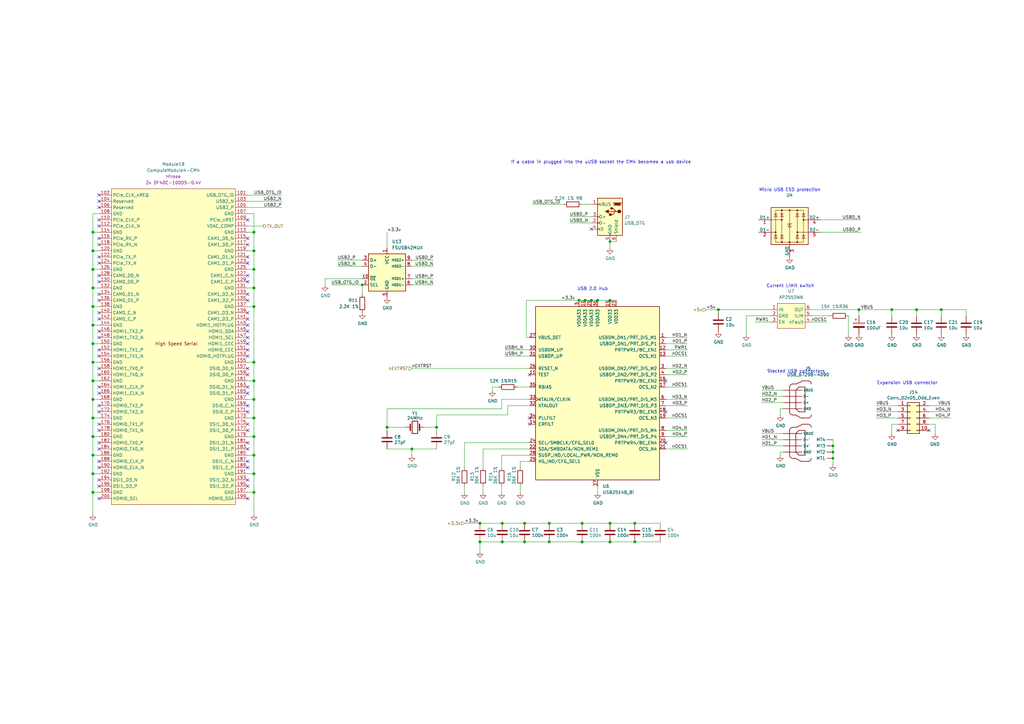
<source format=kicad_sch>
(kicad_sch (version 20211123) (generator eeschema)
  (paper "A3")
  (junction (at 225.298 214.63) (diameter 1.016))
  (junction (at 104.14 163.83) (diameter 1.016))
  (junction (at 225.298 222.25) (diameter 1.016))
  (junction (at 260.35 214.63) (diameter 1.016))
  (junction (at 104.14 102.87) (diameter 1.016))
  (junction (at 215.138 214.63) (diameter 1.016))
  (junction (at 38.1 125.73) (diameter 1.016))
  (junction (at 104.14 194.31) (diameter 1.016))
  (junction (at 250.19 99.06))
  (junction (at 196.85 222.25) (diameter 1.016))
  (junction (at 38.1 110.49) (diameter 1.016))
  (junction (at 294.64 127) (diameter 1.016))
  (junction (at 341.63 187.96))
  (junction (at 38.1 163.83) (diameter 1.016))
  (junction (at 104.14 95.25) (diameter 1.016))
  (junction (at 38.1 102.87) (diameter 1.016))
  (junction (at 104.14 110.49) (diameter 1.016))
  (junction (at 104.14 186.69) (diameter 1.016))
  (junction (at 38.1 194.31) (diameter 1.016))
  (junction (at 238.76 214.63) (diameter 1.016))
  (junction (at 205.994 214.63) (diameter 1.016))
  (junction (at 104.14 118.11) (diameter 1.016))
  (junction (at 38.1 140.97) (diameter 1.016))
  (junction (at 250.19 222.25) (diameter 1.016))
  (junction (at 341.63 185.42))
  (junction (at 375.92 127) (diameter 1.016))
  (junction (at 104.14 201.93) (diameter 1.016))
  (junction (at 158.75 175.26) (diameter 1.016))
  (junction (at 242.57 123.19) (diameter 1.016))
  (junction (at 341.63 182.88))
  (junction (at 250.19 123.19) (diameter 1.016))
  (junction (at 38.1 171.45) (diameter 1.016))
  (junction (at 148.59 116.84))
  (junction (at 104.14 156.21) (diameter 1.016))
  (junction (at 38.1 201.93) (diameter 1.016))
  (junction (at 245.11 123.19) (diameter 1.016))
  (junction (at 250.19 214.63) (diameter 1.016))
  (junction (at 104.14 171.45) (diameter 1.016))
  (junction (at 352.298 127) (diameter 1.016))
  (junction (at 38.1 118.11) (diameter 1.016))
  (junction (at 38.1 179.07) (diameter 1.016))
  (junction (at 196.85 214.63) (diameter 1.016))
  (junction (at 215.138 222.25) (diameter 1.016))
  (junction (at 38.1 186.69) (diameter 1.016))
  (junction (at 104.14 148.59) (diameter 1.016))
  (junction (at 38.1 95.25) (diameter 1.016))
  (junction (at 179.07 175.26) (diameter 1.016))
  (junction (at 205.994 222.25) (diameter 1.016))
  (junction (at 104.14 125.73) (diameter 1.016))
  (junction (at 386.08 127) (diameter 1.016))
  (junction (at 38.1 133.35) (diameter 1.016))
  (junction (at 237.49 123.19) (diameter 1.016))
  (junction (at 38.1 156.21) (diameter 1.016))
  (junction (at 38.1 148.59) (diameter 1.016))
  (junction (at 365.76 127) (diameter 1.016))
  (junction (at 104.14 179.07) (diameter 1.016))
  (junction (at 238.76 222.25) (diameter 1.016))
  (junction (at 240.03 123.19) (diameter 1.016))
  (junction (at 260.35 222.25) (diameter 1.016))
  (junction (at 168.91 184.15) (diameter 1.016))
  (no_connect (at 101.6 115.57))
  (no_connect (at 101.6 107.95))
  (no_connect (at 101.6 100.33))
  (no_connect (at 101.6 97.79))
  (no_connect (at 101.6 123.19))
  (no_connect (at 101.6 120.65))
  (no_connect (at 101.6 128.27))
  (no_connect (at 101.6 133.35))
  (no_connect (at 101.6 130.81))
  (no_connect (at 101.6 113.03))
  (no_connect (at 101.6 105.41))
  (no_connect (at 101.6 135.89))
  (no_connect (at 101.6 146.05))
  (no_connect (at 101.6 143.51))
  (no_connect (at 101.6 138.43))
  (no_connect (at 101.6 140.97))
  (no_connect (at 101.6 161.29))
  (no_connect (at 101.6 158.75))
  (no_connect (at 101.6 153.67))
  (no_connect (at 101.6 151.13))
  (no_connect (at 101.6 166.37))
  (no_connect (at 101.6 168.91))
  (no_connect (at 101.6 173.99))
  (no_connect (at 217.17 171.45))
  (no_connect (at 217.17 153.67))
  (no_connect (at 242.57 93.98))
  (no_connect (at 40.64 80.01))
  (no_connect (at 101.6 90.17))
  (no_connect (at 40.64 85.09))
  (no_connect (at 40.64 204.47))
  (no_connect (at 40.64 176.53))
  (no_connect (at 40.64 184.15))
  (no_connect (at 40.64 189.23))
  (no_connect (at 40.64 191.77))
  (no_connect (at 40.64 181.61))
  (no_connect (at 40.64 173.99))
  (no_connect (at 40.64 166.37))
  (no_connect (at 40.64 168.91))
  (no_connect (at 40.64 158.75))
  (no_connect (at 40.64 161.29))
  (no_connect (at 40.64 199.39))
  (no_connect (at 40.64 196.85))
  (no_connect (at 40.64 123.19))
  (no_connect (at 40.64 128.27))
  (no_connect (at 40.64 120.65))
  (no_connect (at 40.64 143.51))
  (no_connect (at 40.64 146.05))
  (no_connect (at 40.64 135.89))
  (no_connect (at 40.64 130.81))
  (no_connect (at 40.64 138.43))
  (no_connect (at 40.64 151.13))
  (no_connect (at 40.64 153.67))
  (no_connect (at 101.6 204.47))
  (no_connect (at 101.6 181.61))
  (no_connect (at 101.6 176.53))
  (no_connect (at 101.6 184.15))
  (no_connect (at 101.6 189.23))
  (no_connect (at 101.6 191.77))
  (no_connect (at 101.6 196.85))
  (no_connect (at 101.6 199.39))
  (no_connect (at 40.64 105.41))
  (no_connect (at 40.64 107.95))
  (no_connect (at 40.64 113.03))
  (no_connect (at 40.64 90.17))
  (no_connect (at 40.64 92.71))
  (no_connect (at 40.64 115.57))
  (no_connect (at 40.64 97.79))
  (no_connect (at 40.64 100.33))
  (no_connect (at 368.3 176.53))
  (no_connect (at 381 176.53))
  (no_connect (at 217.17 173.99))
  (no_connect (at 40.64 82.55))
  (no_connect (at 273.05 168.91))
  (no_connect (at 273.05 156.21))
  (no_connect (at 273.05 181.61))
  (wire (pts (xy 101.6 95.25) (xy 104.14 95.25)))
  (wire (pts (xy 273.05 146.05) (xy 281.94 146.05)))
  (wire (pts (xy 208.28 166.37) (xy 208.28 170.18)))
  (wire (pts (xy 389.89 171.45) (xy 381 171.45)))
  (wire (pts (xy 38.1 133.35) (xy 38.1 140.97)))
  (wire (pts (xy 273.05 138.43) (xy 281.94 138.43)))
  (wire (pts (xy 38.1 95.25) (xy 40.64 95.25)))
  (wire (pts (xy 104.14 95.25) (xy 104.14 87.63)))
  (wire (pts (xy 196.85 214.63) (xy 205.994 214.63)))
  (wire (pts (xy 312.42 162.56) (xy 321.31 162.56)))
  (wire (pts (xy 101.6 80.01) (xy 115.57 80.01)))
  (wire (pts (xy 273.05 166.37) (xy 281.94 166.37)))
  (wire (pts (xy 158.75 176.53) (xy 158.75 175.26)))
  (wire (pts (xy 312.42 165.1) (xy 321.31 165.1)))
  (wire (pts (xy 294.64 127) (xy 316.23 127)))
  (wire (pts (xy 215.138 214.63) (xy 225.298 214.63)))
  (wire (pts (xy 389.89 166.37) (xy 381 166.37)))
  (wire (pts (xy 359.41 166.37) (xy 368.3 166.37)))
  (wire (pts (xy 207.01 143.51) (xy 217.17 143.51)))
  (wire (pts (xy 101.6 201.93) (xy 104.14 201.93)))
  (wire (pts (xy 273.05 140.97) (xy 281.94 140.97)))
  (wire (pts (xy 104.14 118.11) (xy 104.14 110.49)))
  (wire (pts (xy 179.07 170.18) (xy 179.07 175.26)))
  (wire (pts (xy 205.74 191.77) (xy 205.74 186.69)))
  (wire (pts (xy 273.05 163.83) (xy 281.94 163.83)))
  (wire (pts (xy 260.35 214.63) (xy 270.764 214.63)))
  (wire (pts (xy 38.1 194.31) (xy 38.1 201.93)))
  (wire (pts (xy 38.1 179.07) (xy 38.1 186.69)))
  (wire (pts (xy 190.5 199.39) (xy 190.5 201.93)))
  (wire (pts (xy 207.01 146.05) (xy 217.17 146.05)))
  (wire (pts (xy 316.23 129.54) (xy 306.07 129.54)))
  (wire (pts (xy 38.1 156.21) (xy 40.64 156.21)))
  (wire (pts (xy 205.74 167.64) (xy 158.75 167.64)))
  (wire (pts (xy 215.9 138.43) (xy 215.9 123.19)))
  (wire (pts (xy 148.59 114.3) (xy 133.35 114.3)))
  (wire (pts (xy 306.07 129.54) (xy 306.07 137.16)))
  (wire (pts (xy 240.03 123.19) (xy 242.57 123.19)))
  (wire (pts (xy 104.14 125.73) (xy 104.14 148.59)))
  (wire (pts (xy 273.05 184.15) (xy 281.94 184.15)))
  (wire (pts (xy 38.1 201.93) (xy 38.1 210.82)))
  (wire (pts (xy 205.74 163.83) (xy 205.74 167.64)))
  (wire (pts (xy 158.75 167.64) (xy 158.75 175.26)))
  (wire (pts (xy 38.1 163.83) (xy 40.64 163.83)))
  (wire (pts (xy 204.47 158.75) (xy 201.93 158.75)))
  (wire (pts (xy 38.1 110.49) (xy 40.64 110.49)))
  (wire (pts (xy 38.1 140.97) (xy 40.64 140.97)))
  (wire (pts (xy 250.19 222.25) (xy 260.35 222.25)))
  (wire (pts (xy 38.1 163.83) (xy 38.1 171.45)))
  (wire (pts (xy 40.64 201.93) (xy 38.1 201.93)))
  (wire (pts (xy 101.6 156.21) (xy 104.14 156.21)))
  (wire (pts (xy 341.63 187.96) (xy 341.63 190.5)))
  (wire (pts (xy 104.14 163.83) (xy 104.14 171.45)))
  (wire (pts (xy 233.68 88.9) (xy 242.57 88.9)))
  (wire (pts (xy 104.14 110.49) (xy 104.14 102.87)))
  (wire (pts (xy 213.36 199.39) (xy 213.36 201.93)))
  (wire (pts (xy 375.92 127) (xy 386.08 127)))
  (wire (pts (xy 386.08 127) (xy 386.08 129.54)))
  (wire (pts (xy 38.1 186.69) (xy 38.1 194.31)))
  (wire (pts (xy 104.14 102.87) (xy 104.14 95.25)))
  (wire (pts (xy 168.91 114.3) (xy 177.8 114.3)))
  (wire (pts (xy 250.19 99.06) (xy 252.73 99.06)))
  (wire (pts (xy 198.12 184.15) (xy 217.17 184.15)))
  (wire (pts (xy 341.63 185.42) (xy 341.63 187.96)))
  (wire (pts (xy 341.63 180.34) (xy 341.63 182.88)))
  (wire (pts (xy 198.12 199.39) (xy 198.12 201.93)))
  (wire (pts (xy 218.44 83.82) (xy 231.14 83.82)))
  (wire (pts (xy 179.07 175.26) (xy 179.07 176.53)))
  (wire (pts (xy 273.05 151.13) (xy 281.94 151.13)))
  (wire (pts (xy 38.1 148.59) (xy 38.1 156.21)))
  (wire (pts (xy 212.09 158.75) (xy 217.17 158.75)))
  (wire (pts (xy 101.6 92.71) (xy 107.95 92.71)))
  (wire (pts (xy 168.91 109.22) (xy 177.8 109.22)))
  (wire (pts (xy 312.42 180.34) (xy 321.31 180.34)))
  (wire (pts (xy 332.74 127) (xy 352.298 127)))
  (wire (pts (xy 352.298 127) (xy 365.76 127)))
  (wire (pts (xy 101.6 186.69) (xy 104.14 186.69)))
  (wire (pts (xy 250.19 101.6) (xy 250.19 99.06)))
  (wire (pts (xy 289.56 127) (xy 294.64 127)))
  (wire (pts (xy 273.05 171.45) (xy 281.94 171.45)))
  (wire (pts (xy 245.11 123.19) (xy 250.19 123.19)))
  (wire (pts (xy 336.55 90.17) (xy 353.06 90.17)))
  (wire (pts (xy 365.76 127) (xy 375.92 127)))
  (wire (pts (xy 205.994 222.25) (xy 215.138 222.25)))
  (wire (pts (xy 38.1 102.87) (xy 38.1 110.49)))
  (wire (pts (xy 190.5 181.61) (xy 217.17 181.61)))
  (wire (pts (xy 101.6 171.45) (xy 104.14 171.45)))
  (wire (pts (xy 273.05 153.67) (xy 281.94 153.67)))
  (wire (pts (xy 133.35 114.3) (xy 133.35 116.84)))
  (wire (pts (xy 38.1 179.07) (xy 40.64 179.07)))
  (wire (pts (xy 217.17 166.37) (xy 208.28 166.37)))
  (wire (pts (xy 383.54 173.99) (xy 383.54 177.8)))
  (wire (pts (xy 336.55 95.25) (xy 353.06 95.25)))
  (wire (pts (xy 312.42 177.8) (xy 321.31 177.8)))
  (wire (pts (xy 208.28 170.18) (xy 179.07 170.18)))
  (wire (pts (xy 168.91 106.68) (xy 177.8 106.68)))
  (wire (pts (xy 215.9 123.19) (xy 237.49 123.19)))
  (wire (pts (xy 205.74 199.39) (xy 205.74 201.93)))
  (wire (pts (xy 38.1 171.45) (xy 40.64 171.45)))
  (wire (pts (xy 359.41 171.45) (xy 368.3 171.45)))
  (wire (pts (xy 101.6 110.49) (xy 104.14 110.49)))
  (wire (pts (xy 233.68 91.44) (xy 242.57 91.44)))
  (wire (pts (xy 135.89 116.84) (xy 148.59 116.84)))
  (wire (pts (xy 101.6 148.59) (xy 104.14 148.59)))
  (wire (pts (xy 38.1 148.59) (xy 40.64 148.59)))
  (wire (pts (xy 168.91 184.15) (xy 179.07 184.15)))
  (wire (pts (xy 273.05 158.75) (xy 281.94 158.75)))
  (wire (pts (xy 213.36 191.77) (xy 213.36 189.23)))
  (wire (pts (xy 38.1 118.11) (xy 38.1 125.73)))
  (wire (pts (xy 101.6 163.83) (xy 104.14 163.83)))
  (wire (pts (xy 375.92 127) (xy 375.92 129.54)))
  (wire (pts (xy 242.57 123.19) (xy 245.11 123.19)))
  (wire (pts (xy 104.14 87.63) (xy 101.6 87.63)))
  (wire (pts (xy 347.98 129.54) (xy 347.98 137.16)))
  (wire (pts (xy 260.35 222.25) (xy 270.764 222.25)))
  (wire (pts (xy 225.298 222.25) (xy 238.76 222.25)))
  (wire (pts (xy 104.14 201.93) (xy 104.14 210.82)))
  (wire (pts (xy 205.74 163.83) (xy 217.17 163.83)))
  (wire (pts (xy 104.14 156.21) (xy 104.14 163.83)))
  (wire (pts (xy 245.11 199.39) (xy 245.11 201.93)))
  (wire (pts (xy 38.1 171.45) (xy 38.1 179.07)))
  (wire (pts (xy 352.298 127) (xy 352.298 129.54)))
  (wire (pts (xy 321.31 167.64) (xy 320.04 167.64)))
  (wire (pts (xy 38.1 110.49) (xy 38.1 118.11)))
  (wire (pts (xy 104.14 186.69) (xy 104.14 194.31)))
  (wire (pts (xy 215.138 222.25) (xy 225.298 222.25)))
  (wire (pts (xy 38.1 95.25) (xy 38.1 102.87)))
  (wire (pts (xy 312.42 160.02) (xy 321.31 160.02)))
  (wire (pts (xy 101.6 82.55) (xy 115.57 82.55)))
  (wire (pts (xy 158.75 175.26) (xy 166.37 175.26)))
  (wire (pts (xy 359.41 168.91) (xy 368.3 168.91)))
  (wire (pts (xy 104.14 179.07) (xy 104.14 186.69)))
  (wire (pts (xy 101.6 179.07) (xy 104.14 179.07)))
  (wire (pts (xy 148.59 116.84) (xy 148.59 120.65)))
  (wire (pts (xy 40.64 87.63) (xy 38.1 87.63)))
  (wire (pts (xy 225.298 214.63) (xy 238.76 214.63)))
  (wire (pts (xy 273.05 143.51) (xy 281.94 143.51)))
  (wire (pts (xy 38.1 140.97) (xy 38.1 148.59)))
  (wire (pts (xy 101.6 118.11) (xy 104.14 118.11)))
  (wire (pts (xy 138.43 106.68) (xy 148.59 106.68)))
  (wire (pts (xy 237.49 123.19) (xy 240.03 123.19)))
  (wire (pts (xy 38.1 125.73) (xy 38.1 133.35)))
  (wire (pts (xy 101.6 194.31) (xy 104.14 194.31)))
  (wire (pts (xy 332.74 132.08) (xy 339.09 132.08)))
  (wire (pts (xy 396.24 129.54) (xy 396.24 127)))
  (wire (pts (xy 332.74 129.54) (xy 340.36 129.54)))
  (wire (pts (xy 309.88 132.08) (xy 316.23 132.08)))
  (wire (pts (xy 38.1 156.21) (xy 38.1 163.83)))
  (wire (pts (xy 217.17 138.43) (xy 215.9 138.43)))
  (wire (pts (xy 40.64 194.31) (xy 38.1 194.31)))
  (wire (pts (xy 101.6 85.09) (xy 115.57 85.09)))
  (wire (pts (xy 213.36 189.23) (xy 217.17 189.23)))
  (wire (pts (xy 196.85 226.06) (xy 196.85 222.25)))
  (wire (pts (xy 158.75 184.15) (xy 168.91 184.15)))
  (wire (pts (xy 250.19 123.19) (xy 252.73 123.19)))
  (wire (pts (xy 38.1 125.73) (xy 40.64 125.73)))
  (wire (pts (xy 381 173.99) (xy 383.54 173.99)))
  (wire (pts (xy 101.6 125.73) (xy 104.14 125.73)))
  (wire (pts (xy 312.42 182.88) (xy 321.31 182.88)))
  (wire (pts (xy 365.76 173.99) (xy 368.3 173.99)))
  (wire (pts (xy 196.85 222.25) (xy 205.994 222.25)))
  (wire (pts (xy 190.5 214.63) (xy 196.85 214.63)))
  (wire (pts (xy 321.31 185.42) (xy 320.04 185.42)))
  (wire (pts (xy 238.76 222.25) (xy 250.19 222.25)))
  (wire (pts (xy 273.05 179.07) (xy 281.94 179.07)))
  (wire (pts (xy 365.76 173.99) (xy 365.76 177.8)))
  (wire (pts (xy 104.14 171.45) (xy 104.14 179.07)))
  (wire (pts (xy 238.76 214.63) (xy 250.19 214.63)))
  (wire (pts (xy 168.91 151.13) (xy 217.17 151.13)))
  (wire (pts (xy 250.19 214.63) (xy 260.35 214.63)))
  (wire (pts (xy 104.14 194.31) (xy 104.14 201.93)))
  (wire (pts (xy 320.04 185.42) (xy 320.04 186.69)))
  (wire (pts (xy 273.05 176.53) (xy 281.94 176.53)))
  (wire (pts (xy 104.14 148.59) (xy 104.14 156.21)))
  (wire (pts (xy 138.43 109.22) (xy 148.59 109.22)))
  (wire (pts (xy 38.1 118.11) (xy 40.64 118.11)))
  (wire (pts (xy 38.1 186.69) (xy 40.64 186.69)))
  (wire (pts (xy 104.14 125.73) (xy 104.14 118.11)))
  (wire (pts (xy 386.08 127) (xy 396.24 127)))
  (wire (pts (xy 168.91 116.84) (xy 177.8 116.84)))
  (wire (pts (xy 198.12 191.77) (xy 198.12 184.15)))
  (wire (pts (xy 173.99 175.26) (xy 179.07 175.26)))
  (wire (pts (xy 38.1 87.63) (xy 38.1 95.25)))
  (wire (pts (xy 341.63 182.88) (xy 341.63 185.42)))
  (wire (pts (xy 190.5 191.77) (xy 190.5 181.61)))
  (wire (pts (xy 158.75 95.25) (xy 158.75 101.6)))
  (wire (pts (xy 38.1 133.35) (xy 40.64 133.35)))
  (wire (pts (xy 205.994 214.63) (xy 215.138 214.63)))
  (wire (pts (xy 38.1 102.87) (xy 40.64 102.87)))
  (wire (pts (xy 320.04 167.64) (xy 320.04 170.18)))
  (wire (pts (xy 294.64 128.27) (xy 294.64 127)))
  (wire (pts (xy 101.6 102.87) (xy 104.14 102.87)))
  (wire (pts (xy 201.93 158.75) (xy 201.93 160.02)))
  (wire (pts (xy 205.74 186.69) (xy 217.17 186.69)))
  (wire (pts (xy 389.89 168.91) (xy 381 168.91)))
  (wire (pts (xy 168.91 184.15) (xy 168.91 186.69)))
  (wire (pts (xy 365.76 129.54) (xy 365.76 127)))
  (wire (pts (xy 238.76 83.82) (xy 242.57 83.82)))
  (text "Expansion USB connector" (at 384.5306 157.9118 180) (effects (font (size 1.27 1.27)) (justify right bottom)))
  (text "Current Limit switch" (at 334.01 118.11 180) (effects (font (size 1.27 1.27)) (justify right bottom)))
  (text "USB 2.0 Hub" (at 249.3518 119.3292 180) (effects (font (size 1.27 1.27)) (justify right bottom)))
  (text "If a cable in plugged into the uUSB socket the CM4 becomes a usb device" (at 209.55 67.31 0) (effects (font (size 1.27 1.27)) (justify left bottom)))
  (text "Micro USB ESD protection" (at 336.55 78.74 180) (effects (font (size 1.27 1.27)) (justify right bottom)))
  (text "Stacked USB connectors" (at 338.3788 153.1112 180) (effects (font (size 1.27 1.27)) (justify right bottom)))
  (label "nOCS1" (at 281.94 146.05 180))
  (label "USB2_N" (at 115.57 82.55 180))
  (label "HD2_P" (at 312.42 165.1 0))
  (label "HD3_N" (at 359.41 168.91 0))
  (label "HD1_P" (at 312.42 182.88 0))
  (label "HD1_N" (at 281.94 138.43 180))
  (label "HD4_P" (at 281.94 179.07 180))
  (label "USB2_P" (at 138.43 106.68 0))
  (label "VBUS" (at 359.41 166.37 0))
  (label "USB_OTG_ID" (at 218.44 83.82 0))
  (label "nOCS1" (at 332.74 132.08 0))
  (label "+3.3v" (at 158.75 95.25 0))
  (label "VBUS" (at 312.42 160.02 0))
  (label "HD2_N" (at 312.42 162.56 0))
  (label "PWR1" (at 281.94 143.51 180))
  (label "USBD_N" (at 353.06 90.17 180))
  (label "USB2_P" (at 115.57 85.09 180))
  (label "nOCS1" (at 281.94 158.75 180))
  (label "VBUS" (at 353.06 127 0))
  (label "USBD_N" (at 233.68 91.44 0))
  (label "HD2_P" (at 281.94 153.67 180))
  (label "VBUS" (at 312.42 177.8 0))
  (label "+3.3v" (at 190.5 214.63 0))
  (label "+5v" (at 289.56 127 0))
  (label "USB_OTG_ID" (at 135.89 116.84 0))
  (label "HD4_N" (at 281.94 176.53 180))
  (label "USBD_P" (at 177.8 106.68 180))
  (label "HD4_P" (at 389.89 171.45 180))
  (label "USBH_P" (at 207.01 146.05 0))
  (label "HD3_P" (at 281.94 166.37 180))
  (label "nEXTRST" (at 168.91 151.13 0))
  (label "+3.3v" (at 230.124 123.19 0))
  (label "HD2_N" (at 281.94 151.13 180))
  (label "USBH_P" (at 177.8 114.3 180))
  (label "USBD_P" (at 353.06 95.25 180))
  (label "HD1_N" (at 312.42 180.34 0))
  (label "USBD_N" (at 177.8 109.22 180))
  (label "USBD_P" (at 233.68 88.9 0))
  (label "HD4_N" (at 389.89 168.91 180))
  (label "nOCS1" (at 281.94 184.15 180))
  (label "nOCS1" (at 281.94 171.45 180))
  (label "HD3_P" (at 359.41 171.45 0))
  (label "USBH_N" (at 177.8 116.84 180))
  (label "PWR1" (at 309.88 132.08 0))
  (label "USB2_N" (at 138.43 109.22 0))
  (label "USBH_N" (at 207.01 143.51 0))
  (label "HD3_N" (at 281.94 163.83 180))
  (label "HD1_P" (at 281.94 140.97 180))
  (label "USB_OTG_ID" (at 115.57 80.01 180))
  (label "VBUS" (at 389.89 166.37 180))
  (hierarchical_label "+3.3v" (shape input) (at 190.5 214.63 180))
  (hierarchical_label "TV_OUT" (shape output) (at 107.95 92.71 0))
  (hierarchical_label "nEXTRST" (shape input) (at 168.91 151.13 180))
  (hierarchical_label "+5v" (shape input) (at 289.56 127 180))
  (symbol (lib_id "power:GND") (at 104.14 210.82 0) (unit 1)
    (property "Reference" "#PWR0130" (effects hide))
    (property "Value" "GND" (at 104.267 215.2142 0))
  )
  (symbol (lib_id "power:GND") (at 38.1 210.82 0) (unit 1)
    (property "Reference" "#PWR0131" (effects hide))
    (property "Value" "GND" (at 38.227 215.2142 0))
  )
  (symbol (lib_id "power:GND") (at 365.76 177.8 0) (unit 1)
    (property "Reference" "#PWR025" (effects hide))
    (property "Value" "GND" (at 365.887 182.1942 0))
  )
  (symbol (lib_id "power:GND") (at 383.54 177.8 0) (mirror y) (unit 1)
    (property "Reference" "#PWR026" (effects hide))
    (property "Value" "GND" (at 383.413 182.1942 0))
  )
  (symbol (lib_id "Connector_Generic:Conn_02x05_Odd_Even") (at 373.38 171.45 0) (unit 1)
    (property "Reference" "J14" (at 374.65 160.8582 0))
    (property "Value" "Conn_02x05_Odd_Even" (at 374.65 163.1696 0))
    (property "Footprint" "Connector_PinHeader_2.54mm:PinHeader_2x05_P2.54mm_Vertical" (effects hide))
    (property "Datasheet" "https://www.toby.co.uk/uploads/publications/1673.pdf" (effects hide))
    (property "Field4" "Toby" (effects hide))
    (property "Field5" "THD-05-R" (effects hide))
    (property "Field6" "THD-05-R" (effects hide))
    (property "Field7" "Toby" (effects hide))
    (property "Part Description" "PinHeader_2x05_P2.54mm_Vertical" (effects hide))
  )
  (symbol (lib_id "Device:R") (at 234.95 83.82 270) (unit 1)
    (property "Reference" "R8" (at 236.22 81.28 90) (effects (justify left)))
    (property "Value" "2.2K 1%" (at 227.33 81.28 90) (effects (justify left)))
    (property "Footprint" "Resistor_SMD:R_0402_1005Metric" (effects hide))
    (property "Datasheet" "https://fscdn.rohm.com/en/products/databook/datasheet/passive/resistor/chip_resistor/mcr-e.pdf" (effects hide))
    (property "Field4" "Farnell" (effects hide))
    (property "Field5" "9239278" (effects hide))
    (property "Field7" "KOA EUROPE GMBH" (effects hide))
    (property "Field6" "RK73G1ETQTP2201D         " (effects hide))
    (property "Part Description" "Resistor 2.2K M1005 1% 63mW" (effects hide))
    (property "Field8" "120889581" (effects hide))
  )
  (symbol (lib_id "power:GND") (at 294.64 135.89 0) (unit 1)
    (property "Reference" "#PWR017" (effects hide))
    (property "Value" "GND" (at 294.767 140.2842 0))
  )
  (symbol (lib_id "Device:C") (at 365.76 133.35 0) (unit 1)
    (property "Reference" "C20" (at 368.681 132.1816 0) (effects (justify left)))
    (property "Value" "10u" (at 368.681 134.493 0) (effects (justify left)))
    (property "Footprint" "Capacitor_SMD:C_0805_2012Metric" (effects hide))
    (property "Datasheet" "https://search.murata.co.jp/Ceramy/image/img/A01X/G101/ENG/GRM21BR71A106KA73-01.pdf" (effects hide))
    (property "Field5" "490-14381-1-ND" (effects hide))
    (property "Field4" "Digikey" (effects hide))
    (property "Field6" "GRM21BR71A106KA73L" (effects hide))
    (property "Field7" "Murata" (effects hide))
    (property "Part Description" "	10uF 10% 10V Ceramic Capacitor X7R 0805 (2012 Metric)" (effects hide))
    (property "Field8" "111893011" (effects hide))
  )
  (symbol (lib_id "power:GND") (at 365.76 137.16 0) (unit 1)
    (property "Reference" "#PWR021" (effects hide))
    (property "Value" "GND" (at 365.887 141.5542 0))
  )
  (symbol (lib_id "Device:C") (at 375.92 133.35 0) (unit 1)
    (property "Reference" "C17" (at 378.841 132.1816 0) (effects (justify left)))
    (property "Value" "10u" (at 378.841 134.493 0) (effects (justify left)))
    (property "Footprint" "Capacitor_SMD:C_0805_2012Metric" (effects hide))
    (property "Datasheet" "https://search.murata.co.jp/Ceramy/image/img/A01X/G101/ENG/GRM21BR71A106KA73-01.pdf" (effects hide))
    (property "Field5" "490-14381-1-ND" (effects hide))
    (property "Field4" "Digikey" (effects hide))
    (property "Field6" "GRM21BR71A106KA73L" (effects hide))
    (property "Field7" "Murata" (effects hide))
    (property "Part Description" "	10uF 10% 10V Ceramic Capacitor X7R 0805 (2012 Metric)" (effects hide))
    (property "Field8" "111893011" (effects hide))
  )
  (symbol (lib_id "power:GND") (at 375.92 137.16 0) (unit 1)
    (property "Reference" "#PWR018" (effects hide))
    (property "Value" "GND" (at 376.047 141.5542 0))
  )
  (symbol (lib_id "Device:C") (at 386.08 133.35 0) (unit 1)
    (property "Reference" "C21" (at 389.001 132.1816 0) (effects (justify left)))
    (property "Value" "10u" (at 389.001 134.493 0) (effects (justify left)))
    (property "Footprint" "Capacitor_SMD:C_0805_2012Metric" (effects hide))
    (property "Datasheet" "https://search.murata.co.jp/Ceramy/image/img/A01X/G101/ENG/GRM21BR71A106KA73-01.pdf" (effects hide))
    (property "Field5" "490-14381-1-ND" (effects hide))
    (property "Field4" "Digikey" (effects hide))
    (property "Field6" "GRM21BR71A106KA73L" (effects hide))
    (property "Field7" "Murata" (effects hide))
    (property "Part Description" "	10uF 10% 10V Ceramic Capacitor X7R 0805 (2012 Metric)" (effects hide))
    (property "Field8" "111893011" (effects hide))
  )
  (symbol (lib_id "Device:C") (at 396.24 133.35 0) (unit 1)
    (property "Reference" "C19" (at 399.161 132.1816 0) (effects (justify left)))
    (property "Value" "10u" (at 399.161 134.493 0) (effects (justify left)))
    (property "Footprint" "Capacitor_SMD:C_0805_2012Metric" (effects hide))
    (property "Datasheet" "https://search.murata.co.jp/Ceramy/image/img/A01X/G101/ENG/GRM21BR71A106KA73-01.pdf" (effects hide))
    (property "Field5" "490-14381-1-ND" (effects hide))
    (property "Field4" "Digikey" (effects hide))
    (property "Field6" "GRM21BR71A106KA73L" (effects hide))
    (property "Field7" "Murata" (effects hide))
    (property "Part Description" "	10uF 10% 10V Ceramic Capacitor X7R 0805 (2012 Metric)" (effects hide))
    (property "Field8" "111893011" (effects hide))
  )
  (symbol (lib_id "power:GND") (at 320.04 170.18 0) (unit 1)
    (property "Reference" "#PWR023" (effects hide))
    (property "Value" "GND" (at 320.167 174.5742 0))
  )
  (symbol (lib_id "power:GND") (at 320.04 186.69 0) (unit 1)
    (property "Reference" "#PWR024" (effects hide))
    (property "Value" "GND" (at 320.167 191.0842 0))
  )
  (symbol (lib_id "Device:R") (at 148.59 124.46 0) (unit 1)
    (property "Reference" "R11" (at 142.875 123.19 0) (effects (justify left)))
    (property "Value" "2.2K 1%" (at 139.065 125.73 0) (effects (justify left)))
    (property "Footprint" "Resistor_SMD:R_0402_1005Metric" (effects hide))
    (property "Datasheet" "https://fscdn.rohm.com/en/products/databook/datasheet/passive/resistor/chip_resistor/mcr-e.pdf" (effects hide))
    (property "Field4" "Farnell" (effects hide))
    (property "Field5" "9239278" (effects hide))
    (property "Field7" "KOA EUROPE GMBH" (effects hide))
    (property "Field6" "RK73G1ETQTP2201D         " (effects hide))
    (property "Part Description" "Resistor 2.2K M1005 1% 63mW" (effects hide))
    (property "Field8" "120889581" (effects hide))
  )
  (symbol (lib_id "power:GND") (at 201.93 160.02 0) (unit 1)
    (property "Reference" "#PWR010" (effects hide))
    (property "Value" "GND" (at 202.057 164.4142 0))
  )
  (symbol (lib_id "power:GND") (at 306.07 137.16 0) (unit 1)
    (property "Reference" "#PWR014" (effects hide))
    (property "Value" "GND" (at 306.197 141.5542 0))
  )
  (symbol (lib_id "Device:R") (at 205.74 195.58 0) (unit 1)
    (property "Reference" "R14" (at 201.295 197.485 90) (effects (justify left)))
    (property "Value" "36K 1%" (at 203.2 198.755 90) (effects (justify left)))
    (property "Footprint" "Resistor_SMD:R_0402_1005Metric" (effects hide))
    (property "Datasheet" "https://fscdn.rohm.com/en/products/databook/datasheet/passive/resistor/chip_resistor/mcr-e.pdf" (effects hide))
    (property "Field4" "Farnell" (effects hide))
    (property "Field5" "1458788" (effects hide))
    (property "Field7" "Rohm" (effects hide))
    (property "Field6" "MCR01MZPF3602" (effects hide))
    (property "Part Description" "Resistor 36K M1005 1% 63mW" (effects hide))
  )
  (symbol (lib_id "Device:R") (at 198.12 195.58 0) (unit 1)
    (property "Reference" "R13" (at 193.675 197.485 90) (effects (justify left)))
    (property "Value" "36K 1%" (at 195.58 198.755 90) (effects (justify left)))
    (property "Footprint" "Resistor_SMD:R_0402_1005Metric" (effects hide))
    (property "Datasheet" "https://fscdn.rohm.com/en/products/databook/datasheet/passive/resistor/chip_resistor/mcr-e.pdf" (effects hide))
    (property "Field4" "Farnell" (effects hide))
    (property "Field5" "1458788" (effects hide))
    (property "Field7" "Rohm" (effects hide))
    (property "Field6" "MCR01MZPF3602" (effects hide))
    (property "Part Description" "Resistor 36K M1005 1% 63mW" (effects hide))
  )
  (symbol (lib_id "Device:R") (at 190.5 195.58 0) (unit 1)
    (property "Reference" "R12" (at 186.055 197.485 90) (effects (justify left)))
    (property "Value" "36K 1%" (at 187.96 198.755 90) (effects (justify left)))
    (property "Footprint" "Resistor_SMD:R_0402_1005Metric" (effects hide))
    (property "Datasheet" "https://fscdn.rohm.com/en/products/databook/datasheet/passive/resistor/chip_resistor/mcr-e.pdf" (effects hide))
    (property "Field4" "Farnell" (effects hide))
    (property "Field5" "1458788" (effects hide))
    (property "Field7" "Rohm" (effects hide))
    (property "Field6" "MCR01MZPF3602" (effects hide))
    (property "Part Description" "Resistor 36K M1005 1% 63mW" (effects hide))
  )
  (symbol (lib_id "power:GND") (at 190.5 201.93 0) (unit 1)
    (property "Reference" "#PWR08" (effects hide))
    (property "Value" "GND" (at 190.627 206.3242 0))
  )
  (symbol (lib_id "power:GND") (at 198.12 201.93 0) (unit 1)
    (property "Reference" "#PWR09" (effects hide))
    (property "Value" "GND" (at 198.247 206.3242 0))
  )
  (symbol (lib_id "power:GND") (at 205.74 201.93 0) (unit 1)
    (property "Reference" "#PWR011" (effects hide))
    (property "Value" "GND" (at 205.867 206.3242 0))
  )
  (symbol (lib_id "power:GND") (at 213.36 201.93 0) (unit 1)
    (property "Reference" "#PWR012" (effects hide))
    (property "Value" "GND" (at 213.487 206.3242 0))
  )
  (symbol (lib_id "Device:R") (at 344.17 129.54 90) (unit 1)
    (property "Reference" "R36" (at 347.98 125.73 90) (effects (justify left)))
    (property "Value" "15K 1%" (at 344.17 125.73 90) (effects (justify left)))
    (property "Footprint" "Resistor_SMD:R_0402_1005Metric" (effects hide))
    (property "Datasheet" "https://fscdn.rohm.com/en/products/databook/datasheet/passive/resistor/chip_resistor/mcr-e.pdf" (effects hide))
    (property "Field4" "Farnell" (effects hide))
    (property "Field5" "9239375" (effects hide))
    (property "Field6" "MCR01MZPF1502" (effects hide))
    (property "Field7" "Rohm" (effects hide))
    (property "Part Description" "Resistor 15K M1005 1% 63mW" (effects hide))
    (property "Field8" "120891581" (effects hide))
  )
  (symbol (lib_id "power:GND") (at 347.98 137.16 0) (unit 1)
    (property "Reference" "#PWR019" (effects hide))
    (property "Value" "GND" (at 348.107 141.5542 0))
  )
  (symbol (lib_id "power:GND") (at 386.08 137.16 0) (unit 1)
    (property "Reference" "#PWR049" (effects hide))
    (property "Value" "GND" (at 386.207 141.5542 0))
  )
  (symbol (lib_id "power:GND") (at 396.24 137.16 0) (unit 1)
    (property "Reference" "#PWR050" (effects hide))
    (property "Value" "GND" (at 396.367 141.5542 0))
  )
  (symbol (lib_id "power:GND") (at 341.63 190.5 0) (unit 1)
    (property "Reference" "#PWR0114" (effects hide))
    (property "Value" "GND" (at 341.757 194.8942 0))
  )
  (symbol (lib_id "power:GND") (at 250.19 101.6 0) (unit 1)
    (property "Reference" "#PWR013" (effects hide))
    (property "Value" "GND" (at 250.317 105.9942 0))
  )
  (symbol (lib_id "power:GND") (at 245.11 201.93 0) (unit 1)
    (property "Reference" "#PWR0142" (effects hide))
    (property "Value" "GND" (at 245.237 206.3242 0))
  )
  (symbol (lib_id "power:GND") (at 148.59 128.27 0) (unit 1)
    (property "Reference" "#PWR0144" (effects hide))
    (property "Value" "GND" (at 148.717 132.6642 0))
  )
  (symbol (lib_id "Device:R") (at 208.28 158.75 90) (unit 1)
    (property "Reference" "R15" (at 212.09 156.21 90) (effects (justify left)))
    (property "Value" "12K 1%" (at 208.28 156.21 90) (effects (justify left)))
    (property "Footprint" "Resistor_SMD:R_0402_1005Metric" (effects hide))
    (property "Datasheet" "https://fscdn.rohm.com/en/products/databook/datasheet/passive/resistor/chip_resistor/mcr-e.pdf" (effects hide))
    (property "Field4" "Farnell" (effects hide))
    (property "Field5" "9239367" (effects hide))
    (property "Field7" "Rohm" (effects hide))
    (property "Field6" "MCR01MZPF1202" (effects hide))
    (property "Part Description" "Resistor 12K M1005 1% 63mW" (effects hide))
  )
  (symbol (lib_id "Device:R") (at 213.36 195.58 0) (unit 1)
    (property "Reference" "R16" (at 208.915 197.485 90) (effects (justify left)))
    (property "Value" "36K 1%" (at 210.82 198.755 90) (effects (justify left)))
    (property "Footprint" "Resistor_SMD:R_0402_1005Metric" (effects hide))
    (property "Datasheet" "https://fscdn.rohm.com/en/products/databook/datasheet/passive/resistor/chip_resistor/mcr-e.pdf" (effects hide))
    (property "Field4" "Farnell" (effects hide))
    (property "Field5" "1458788" (effects hide))
    (property "Field7" "Rohm" (effects hide))
    (property "Field6" "MCR01MZPF3602" (effects hide))
    (property "Part Description" "Resistor 36K M1005 1% 63mW" (effects hide))
  )
  (symbol (lib_id "Device:C") (at 238.76 218.44 0) (unit 1)
    (property "Reference" "C11" (at 241.681 217.2716 0) (effects (justify left)))
    (property "Value" "100n" (at 241.681 219.583 0) (effects (justify left)))
    (property "Footprint" "Capacitor_SMD:C_0402_1005Metric" (effects hide))
    (property "Datasheet" "https://search.murata.co.jp/Ceramy/image/img/A01X/G101/ENG/GRM155R71C104KA88-01.pdf" (effects hide))
    (property "Field4" "Farnell" (effects hide))
    (property "Field5" "2611911" (effects hide))
    (property "Field6" "RM EMK105 B7104KV-F" (effects hide))
    (property "Field7" "TAIYO YUDEN EUROPE GMBH" (effects hide))
    (property "Part Description" "	0.1uF 10% 16V Ceramic Capacitor X7R 0402 (1005 Metric)" (effects hide))
    (property "Field8" "110091611" (effects hide))
  )
  (symbol (lib_id "Device:C") (at 250.19 218.44 0) (unit 1)
    (property "Reference" "C14" (at 253.111 217.2716 0) (effects (justify left)))
    (property "Value" "100n" (at 253.111 219.583 0) (effects (justify left)))
    (property "Footprint" "Capacitor_SMD:C_0402_1005Metric" (effects hide))
    (property "Datasheet" "https://search.murata.co.jp/Ceramy/image/img/A01X/G101/ENG/GRM155R71C104KA88-01.pdf" (effects hide))
    (property "Field4" "Farnell" (effects hide))
    (property "Field5" "2611911" (effects hide))
    (property "Field6" "RM EMK105 B7104KV-F" (effects hide))
    (property "Field7" "TAIYO YUDEN EUROPE GMBH" (effects hide))
    (property "Part Description" "	0.1uF 10% 16V Ceramic Capacitor X7R 0402 (1005 Metric)" (effects hide))
    (property "Field8" "110091611" (effects hide))
  )
  (symbol (lib_id "Device:C") (at 260.35 218.44 0) (unit 1)
    (property "Reference" "C15" (at 263.271 217.2716 0) (effects (justify left)))
    (property "Value" "100n" (at 263.271 219.583 0) (effects (justify left)))
    (property "Footprint" "Capacitor_SMD:C_0402_1005Metric" (effects hide))
    (property "Datasheet" "https://search.murata.co.jp/Ceramy/image/img/A01X/G101/ENG/GRM155R71C104KA88-01.pdf" (effects hide))
    (property "Field4" "Farnell" (effects hide))
    (property "Field5" "2611911" (effects hide))
    (property "Field6" "RM EMK105 B7104KV-F" (effects hide))
    (property "Field7" "TAIYO YUDEN EUROPE GMBH" (effects hide))
    (property "Part Description" "	0.1uF 10% 16V Ceramic Capacitor X7R 0402 (1005 Metric)" (effects hide))
    (property "Field8" "110091611" (effects hide))
  )
  (symbol (lib_id "Device:C") (at 215.138 218.44 0) (unit 1)
    (property "Reference" "C7" (at 218.059 217.2716 0) (effects (justify left)))
    (property "Value" "100n" (at 218.059 219.583 0) (effects (justify left)))
    (property "Footprint" "Capacitor_SMD:C_0402_1005Metric" (effects hide))
    (property "Datasheet" "https://search.murata.co.jp/Ceramy/image/img/A01X/G101/ENG/GRM155R71C104KA88-01.pdf" (effects hide))
    (property "Field4" "Farnell" (effects hide))
    (property "Field5" "2611911" (effects hide))
    (property "Field6" "RM EMK105 B7104KV-F" (effects hide))
    (property "Field7" "TAIYO YUDEN EUROPE GMBH" (effects hide))
    (property "Part Description" "	0.1uF 10% 16V Ceramic Capacitor X7R 0402 (1005 Metric)" (effects hide))
    (property "Field8" "110091611" (effects hide))
  )
  (symbol (lib_id "power:GND") (at 196.85 226.06 0) (unit 1)
    (property "Reference" "#PWR06" (effects hide))
    (property "Value" "GND" (at 196.977 230.4542 0))
  )
  (symbol (lib_id "Device:C") (at 196.85 218.44 0) (unit 1)
    (property "Reference" "C6" (at 199.771 217.2716 0) (effects (justify left)))
    (property "Value" "10u" (at 199.771 219.583 0) (effects (justify left)))
    (property "Footprint" "Capacitor_SMD:C_0805_2012Metric" (effects hide))
    (property "Datasheet" "https://search.murata.co.jp/Ceramy/image/img/A01X/G101/ENG/GRM21BR71A106KA73-01.pdf" (effects hide))
    (property "Field5" "490-14381-1-ND" (effects hide))
    (property "Field4" "Digikey" (effects hide))
    (property "Field6" "GRM21BR71A106KA73L" (effects hide))
    (property "Field7" "Murata" (effects hide))
    (property "Part Description" "	10uF 10% 10V Ceramic Capacitor X7R 0805 (2012 Metric)" (effects hide))
    (property "Field8" "111893011" (effects hide))
  )
  (symbol (lib_id "Device:C") (at 205.994 218.44 0) (unit 1)
    (property "Reference" "C10" (at 208.915 217.2716 0) (effects (justify left)))
    (property "Value" "10u" (at 208.915 219.583 0) (effects (justify left)))
    (property "Footprint" "Capacitor_SMD:C_0805_2012Metric" (effects hide))
    (property "Datasheet" "https://search.murata.co.jp/Ceramy/image/img/A01X/G101/ENG/GRM21BR71A106KA73-01.pdf" (effects hide))
    (property "Field5" "490-14381-1-ND" (effects hide))
    (property "Field4" "Digikey" (effects hide))
    (property "Field6" "GRM21BR71A106KA73L" (effects hide))
    (property "Field7" "Murata" (effects hide))
    (property "Part Description" "	10uF 10% 10V Ceramic Capacitor X7R 0805 (2012 Metric)" (effects hide))
    (property "Field8" "111893011" (effects hide))
  )
  (symbol (lib_id "Device:Crystal") (at 170.18 175.26 0) (unit 1)
    (property "Reference" "Y1" (at 170.18 169.545 0))
    (property "Value" "24MHz" (at 170.18 171.45 0))
    (property "Footprint" "Crystal:Crystal_SMD_HC49-SD" (effects hide))
    (property "Field4" "Farnell" (effects hide))
    (property "Field5" "2508493" (effects hide))
    (property "Field7" "AEL" (effects hide))
    (property "Field6" "X24M000000S128" (effects hide))
    (property "Part Description" "24MHz Crystal 18pf 30ppm 30ppm" (effects hide))
  )
  (symbol (lib_id "Device:C") (at 158.75 180.34 0) (unit 1)
    (property "Reference" "C8" (at 161.671 179.1716 0) (effects (justify left)))
    (property "Value" "27pF" (at 161.671 181.483 0) (effects (justify left)))
    (property "Footprint" "Capacitor_SMD:C_0402_1005Metric" (effects hide))
    (property "Datasheet" "https://search.murata.co.jp/Ceramy/image/img/A01X/G101/ENG/GJM1555C1H270JB01-01.pdf" (effects hide))
    (property "Field8" "UCAP00738 " (effects hide))
    (property "Field5" "490-17672-1-ND" (effects hide))
    (property "Field6" "GJM1555C1H270JB01D" (effects hide))
    (property "Field7" "Murata" (effects hide))
    (property "Part Description" "	27pF 5% 50V Ceramic Capacitor C0G, NP0 0402 (1005 Metric)" (effects hide))
    (property "Field4" "Digikey" (effects hide))
  )
  (symbol (lib_id "Device:C") (at 179.07 180.34 0) (unit 1)
    (property "Reference" "C9" (at 181.991 179.1716 0) (effects (justify left)))
    (property "Value" "27pF" (at 181.991 181.483 0) (effects (justify left)))
    (property "Footprint" "Capacitor_SMD:C_0402_1005Metric" (effects hide))
    (property "Datasheet" "https://search.murata.co.jp/Ceramy/image/img/A01X/G101/ENG/GJM1555C1H270JB01-01.pdf" (effects hide))
    (property "Field8" "UCAP00738 " (effects hide))
    (property "Field5" "490-17672-1-ND" (effects hide))
    (property "Field6" "GJM1555C1H270JB01D" (effects hide))
    (property "Field7" "Murata" (effects hide))
    (property "Part Description" "	27pF 5% 50V Ceramic Capacitor C0G, NP0 0402 (1005 Metric)" (effects hide))
    (property "Field4" "Digikey" (effects hide))
  )
  (symbol (lib_id "power:GND") (at 168.91 186.69 0) (unit 1)
    (property "Reference" "#PWR07" (effects hide))
    (property "Value" "GND" (at 169.037 191.0842 0))
  )
  (symbol (lib_id "power:GND") (at 323.85 105.41 0) (unit 1)
    (property "Reference" "#PWR0123" (effects hide))
    (property "Value" "GND" (at 323.977 109.8042 0))
  )
  (symbol (lib_id "power:GND") (at 352.298 137.16 0) (unit 1)
    (property "Reference" "#PWR01" (effects hide))
    (property "Value" "GND" (at 352.425 141.5542 0))
  )
  (symbol (lib_id "Device:C") (at 225.298 218.44 0) (unit 1)
    (property "Reference" "C3" (at 228.219 217.2716 0) (effects (justify left)))
    (property "Value" "100n" (at 228.219 219.583 0) (effects (justify left)))
    (property "Footprint" "Capacitor_SMD:C_0402_1005Metric" (effects hide))
    (property "Datasheet" "https://search.murata.co.jp/Ceramy/image/img/A01X/G101/ENG/GRM155R71C104KA88-01.pdf" (effects hide))
    (property "Field4" "Farnell" (effects hide))
    (property "Field5" "2611911" (effects hide))
    (property "Field6" "RM EMK105 B7104KV-F" (effects hide))
    (property "Field7" "TAIYO YUDEN EUROPE GMBH" (effects hide))
    (property "Part Description" "	0.1uF 10% 16V Ceramic Capacitor X7R 0402 (1005 Metric)" (effects hide))
    (property "Field8" "110091611" (effects hide))
  )
  (symbol (lib_id "Device:C") (at 270.764 218.44 0) (unit 1)
    (property "Reference" "C4" (at 273.685 217.2716 0) (effects (justify left)))
    (property "Value" "100n" (at 273.685 219.583 0) (effects (justify left)))
    (property "Footprint" "Capacitor_SMD:C_0402_1005Metric" (effects hide))
    (property "Datasheet" "https://search.murata.co.jp/Ceramy/image/img/A01X/G101/ENG/GRM155R71C104KA88-01.pdf" (effects hide))
    (property "Field4" "Farnell" (effects hide))
    (property "Field5" "2611911" (effects hide))
    (property "Field6" "RM EMK105 B7104KV-F" (effects hide))
    (property "Field7" "TAIYO YUDEN EUROPE GMBH" (effects hide))
    (property "Part Description" "	0.1uF 10% 16V Ceramic Capacitor X7R 0402 (1005 Metric)" (effects hide))
    (property "Field8" "110091611" (effects hide))
  )
  (symbol (lib_id "Device:C") (at 294.64 132.08 0) (unit 1)
    (property "Reference" "C2" (at 297.561 130.9116 0) (effects (justify left)))
    (property "Value" "10u" (at 297.561 133.223 0) (effects (justify left)))
    (property "Footprint" "Capacitor_SMD:C_0805_2012Metric" (effects hide))
    (property "Datasheet" "https://search.murata.co.jp/Ceramy/image/img/A01X/G101/ENG/GRM21BR71A106KA73-01.pdf" (effects hide))
    (property "Field5" "490-14381-1-ND" (effects hide))
    (property "Field4" "Digikey" (effects hide))
    (property "Field6" "GRM21BR71A106KA73L" (effects hide))
    (property "Field7" "Murata" (effects hide))
    (property "Part Description" "	10uF 10% 10V Ceramic Capacitor X7R 0805 (2012 Metric)" (effects hide))
    (property "Field8" "111893011" (effects hide))
  )
  (symbol (lib_id "Device:CP") (at 352.298 133.35 0) (unit 1)
    (property "Reference" "C16" (at 355.2952 132.207 0) (effects (justify left)))
    (property "Value" "100uF" (at 355.2952 134.493 0) (effects (justify left)))
    (property "Footprint" "Capacitor_Tantalum_SMD:CP_EIA-7343-31_Kemet-D" (effects hide))
    (property "Field4" "Mouser" (effects hide))
    (property "Field5" "667-EEF-CX0J101R" (effects hide))
    (property "Part Description" "Capacitor, SP-Cap, 100u, 6.3V, 15mR ESR" (effects hide))
  )
  (symbol (lib_id "Interface_USB:FSUSB42MUX") (at 158.75 111.76 0) (unit 1)
    (property "Reference" "U13" (at 160.7694 99.06 0) (effects (justify left)))
    (property "Value" "FSUSB42MUX" (at 160.7694 101.6 0) (effects (justify left)))
    (property "Footprint" "Package_SO:MSOP-10_3x3mm_P0.5mm" (effects hide))
    (property "Datasheet" "https://www.onsemi.com/pub/Collateral/FSUSB42-D.PDF" (effects hide))
  )
  (symbol (lib_id "Teapot:ComputeModule4-CM4") (at -68.58 140.97 0) (unit 2)
    (property "Reference" "Module1" (at 71.12 67.31 0))
    (property "Value" "ComputeModule4-CM4" (at 71.12 69.85 0))
    (property "Footprint" "Teapot:Raspberry-Pi-4-Compute-Module" (effects hide))
    (property "Field4" "Hirose" (at 71.12 72.39 0))
    (property "Field5" "2x DF40C-100DS-0.4V" (at 71.12 74.93 0))
  )
  (symbol (lib_id "Teapot:USB_67298-4090") (at 328.93 175.26 0) (unit 1)
    (property "Reference" "J5" (at 331.4065 151.13 0))
    (property "Value" "USB_67298-4090" (at 331.4065 153.67 0))
    (property "Footprint" "Teapot:MOLEX_USB_67298-4090" (effects hide))
    (property "Datasheet" "Conn USB Type A RCP 4/4 POS Solder RA Thru-Hole 8 Terminal 2 Port Tray" (effects hide))
    (property "Field4" "Farnell" (effects hide))
    (property "Field5" "2751688" (effects hide))
    (property "Field6" "None" (effects hide))
    (property "Field7" "Molex" (effects hide))
    (property "Field8" "None" (effects hide))
  )
  (symbol (lib_id "power:GND") (at 133.35 116.84 0) (unit 1)
    (property "Reference" "#PWR0101" (effects hide))
    (property "Value" "GND" (at 133.477 121.2342 0))
  )
  (symbol (lib_id "power:GND") (at 158.75 121.92 0) (unit 1)
    (property "Reference" "#PWR0102" (effects hide))
    (property "Value" "GND" (at 158.877 126.3142 0))
  )
  (symbol (lib_name "USB2514B_Bi_1") (lib_id "Interface_USB:USB2514B_Bi") (at 245.11 161.29 0) (unit 1)
    (property "Reference" "U6" (at 247.1294 199.39 0) (effects (justify left)))
    (property "Value" "USB2514B_Bi" (at 247.1294 201.93 0) (effects (justify left)))
    (property "Footprint" "Package_DFN_QFN:QFN-36-1EP_6x6mm_P0.5mm_EP3.7x3.7mm" (effects hide))
    (property "Datasheet" "http://ww1.microchip.com/downloads/en/DeviceDoc/00001692C.pdf" (effects hide))
  )
  (symbol (lib_id "Teapot:AP2553W6") (at 325.12 129.54 0) (unit 1)
    (property "Reference" "U7" (at 324.485 119.38 0))
    (property "Value" "AP2553W6" (at 324.485 121.92 0))
    (property "Footprint" "Package_TO_SOT_SMD:SOT-23-6" (effects hide))
    (property "Datasheet" "https://www.diodes.com/assets/Datasheets/AP255x.pdf" (effects hide))
    (property "Field4" "Digikey" (effects hide))
    (property "Field5" "AP2553W6-7DICT-ND" (effects hide))
  )
  (symbol (lib_id "Connector:USB_OTG") (at 250.19 88.9 0) (mirror y) (unit 1)
    (property "Reference" "J7" (at 256.032 89.1794 0) (effects (justify right)))
    (property "Value" "USB_OTG" (at 256.032 91.4908 0) (effects (justify right)))
    (property "Footprint" "Teapot:USB_Micro-B_EDAC_UCON00686" (effects hide))
    (property "Datasheet" "https://cdn.amphenol-icc.com/media/wysiwyg/files/documentation/datasheet/inputoutput/io_usb_micro.pd" (effects hide))
    (property "Field4" "Digikey" (effects hide))
    (property "Field5" "609-4050-2-ND" (effects hide))
    (property "Field6" "690-005-298-486" (effects hide))
    (property "Field7" "EDAC" (effects hide))
    (property "Part Description" "USB - micro B USB 2.0 Receptacle Connector 5 Position Surface Mount, Right Angle; Through Hole" (effects hide))
    (property "Field8" "UCON00686" (effects hide))
  )
  (symbol (lib_id "Teapot:TPD4EUSB30") (at 323.85 92.71 0) (unit 1)
    (property "Reference" "U4" (at 323.85 80.01 0))
    (property "Datasheet" "http://www.ti.com/lit/ds/symlink/tpd2eusb30a.pdf" (effects hide))
  )
)
</source>
